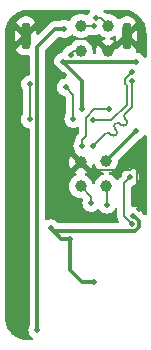
<source format=gbr>
%TF.GenerationSoftware,KiCad,Pcbnew,7.0.9*%
%TF.CreationDate,2024-01-15T07:30:31+01:00*%
%TF.ProjectId,usb_dongle_hw,7573625f-646f-46e6-976c-655f68772e6b,rev?*%
%TF.SameCoordinates,Original*%
%TF.FileFunction,Copper,L2,Bot*%
%TF.FilePolarity,Positive*%
%FSLAX46Y46*%
G04 Gerber Fmt 4.6, Leading zero omitted, Abs format (unit mm)*
G04 Created by KiCad (PCBNEW 7.0.9) date 2024-01-15 07:30:31*
%MOMM*%
%LPD*%
G01*
G04 APERTURE LIST*
%TA.AperFunction,ComponentPad*%
%ADD10O,0.800000X2.300000*%
%TD*%
%TA.AperFunction,SMDPad,CuDef*%
%ADD11C,1.000000*%
%TD*%
%TA.AperFunction,ViaPad*%
%ADD12C,0.508000*%
%TD*%
%TA.AperFunction,Conductor*%
%ADD13C,0.180000*%
%TD*%
%TA.AperFunction,Conductor*%
%ADD14C,0.300000*%
%TD*%
%TA.AperFunction,Conductor*%
%ADD15C,0.200000*%
%TD*%
G04 APERTURE END LIST*
D10*
%TO.P,J1,Gnd,Gnd*%
%TO.N,GND*%
X81745000Y-102708000D03*
X73195000Y-102708000D03*
%TD*%
D11*
%TO.P,TP6,1,1*%
%TO.N,USB_d-*%
X80137000Y-101854000D03*
%TD*%
%TO.P,TP2,1,1*%
%TO.N,GND*%
X80137000Y-104013000D03*
%TD*%
%TO.P,TP7,1,1*%
%TO.N,+5V*%
X77851000Y-104013000D03*
%TD*%
%TO.P,TP8,1,1*%
%TO.N,GND*%
X77851000Y-113411000D03*
%TD*%
%TO.P,TP5,1,1*%
%TO.N,USB_d+*%
X77851000Y-101854000D03*
%TD*%
%TO.P,TP3,1,1*%
%TO.N,SWDIO*%
X80010000Y-115443000D03*
%TD*%
%TO.P,TP1,1,1*%
%TO.N,+3V3*%
X80010000Y-113284000D03*
%TD*%
%TO.P,TP4,1,1*%
%TO.N,SWCLK*%
X77851000Y-115443000D03*
%TD*%
D12*
%TO.N,GND*%
X72538063Y-109361437D03*
X76200000Y-113157000D03*
X82677000Y-113411000D03*
X75311000Y-104140000D03*
X76200000Y-115062000D03*
X71994401Y-122742918D03*
X76200000Y-113792000D03*
X82804000Y-117348000D03*
X76200000Y-114427000D03*
X76454000Y-106045000D03*
X75311000Y-116713000D03*
X76200000Y-115697000D03*
%TO.N,+1V1*%
X80264000Y-108938000D03*
X77978000Y-112014000D03*
%TO.N,+3V3*%
X78994000Y-123571000D03*
X82550000Y-110744000D03*
X75311000Y-118999000D03*
X77927200Y-108938000D03*
X76962000Y-119888000D03*
X82307753Y-117924237D03*
X76327000Y-104902000D03*
X82550000Y-104902000D03*
%TO.N,+5V*%
X76454000Y-102108000D03*
X74168000Y-127635000D03*
X76984303Y-104292324D03*
%TO.N,USB_d+*%
X78950498Y-101912002D03*
%TO.N,USB_d-*%
X79154568Y-101234570D03*
%TO.N,Net-(U1-GPIO25)*%
X82169000Y-118618000D03*
X82042000Y-114681000D03*
%TO.N,SWDIO*%
X80043545Y-116992117D03*
%TO.N,SWCLK*%
X78739328Y-116839328D03*
%TO.N,QSPI_SD3*%
X77216000Y-109728000D03*
X76581000Y-107061000D03*
%TO.N,QSPI_SD1*%
X73564500Y-106807000D03*
X73533000Y-109772402D03*
%TO.N,/usb-d+*%
X82169000Y-105791000D03*
X78850500Y-109855000D03*
%TO.N,/usb-d-*%
X78867000Y-112014000D03*
X82169000Y-106553000D03*
%TD*%
D13*
%TO.N,GND*%
X82677000Y-113411000D02*
X82014000Y-114074000D01*
X75311000Y-116713000D02*
X75311000Y-116586000D01*
X76454000Y-106045000D02*
X75311000Y-104902000D01*
X82014000Y-114074000D02*
X78514000Y-114074000D01*
X79121000Y-102997000D02*
X76454000Y-102997000D01*
X82804000Y-117348000D02*
X82586000Y-117130000D01*
X78514000Y-114074000D02*
X77851000Y-113411000D01*
X75311000Y-116586000D02*
X76200000Y-115697000D01*
X80137000Y-104013000D02*
X79121000Y-102997000D01*
X76454000Y-102997000D02*
X75311000Y-104140000D01*
X82586000Y-113502000D02*
X82677000Y-113411000D01*
X82586000Y-117130000D02*
X82586000Y-113502000D01*
X75311000Y-104902000D02*
X75311000Y-104140000D01*
%TO.N,+1V1*%
X77978000Y-112014000D02*
X77978000Y-111506000D01*
X78998167Y-108938000D02*
X80264000Y-108938000D01*
X78306500Y-109629667D02*
X78998167Y-108938000D01*
X78306500Y-111177500D02*
X78306500Y-109629667D01*
X77978000Y-111506000D02*
X78306500Y-111177500D01*
D14*
%TO.N,+3V3*%
X82419185Y-118014000D02*
X82804000Y-118398815D01*
X82397516Y-118014000D02*
X82419185Y-118014000D01*
X75534000Y-119222000D02*
X75311000Y-118999000D01*
X76962000Y-119888000D02*
X76200000Y-119888000D01*
X77927200Y-106502200D02*
X77927200Y-108938000D01*
X80010000Y-113284000D02*
X82550000Y-110744000D01*
X82804000Y-118398815D02*
X82804000Y-118872000D01*
X82454000Y-119222000D02*
X75534000Y-119222000D01*
X76200000Y-119888000D02*
X75311000Y-118999000D01*
X78994000Y-123571000D02*
X77978000Y-123571000D01*
X82307753Y-117924237D02*
X82397516Y-118014000D01*
X77978000Y-123571000D02*
X76962000Y-122555000D01*
X76962000Y-122555000D02*
X76962000Y-119888000D01*
X76327000Y-104902000D02*
X77927200Y-106502200D01*
X82550000Y-104902000D02*
X76327000Y-104902000D01*
X82804000Y-118872000D02*
X82454000Y-119222000D01*
%TO.N,+5V*%
X76454000Y-102108000D02*
X75692000Y-102108000D01*
X75692000Y-102108000D02*
X74168000Y-103632000D01*
D13*
X77263627Y-104013000D02*
X76984303Y-104292324D01*
D14*
X74168000Y-103632000D02*
X74168000Y-127635000D01*
D13*
X77851000Y-104013000D02*
X77263627Y-104013000D01*
D15*
%TO.N,USB_d+*%
X78892496Y-101854000D02*
X77851000Y-101854000D01*
X78950498Y-101912002D02*
X78892496Y-101854000D01*
%TO.N,USB_d-*%
X79517570Y-101234570D02*
X80137000Y-101854000D01*
X79154568Y-101234570D02*
X79517570Y-101234570D01*
D13*
%TO.N,Net-(U1-GPIO25)*%
X81534000Y-115189000D02*
X81534000Y-117983000D01*
X81534000Y-117983000D02*
X82169000Y-118618000D01*
X82042000Y-114681000D02*
X81534000Y-115189000D01*
%TO.N,SWDIO*%
X80043545Y-116992117D02*
X80043545Y-115476545D01*
X80043545Y-115476545D02*
X80010000Y-115443000D01*
%TO.N,SWCLK*%
X78739328Y-116331328D02*
X77851000Y-115443000D01*
X78739328Y-116839328D02*
X78739328Y-116331328D01*
%TO.N,QSPI_SD3*%
X77216000Y-109728000D02*
X77216000Y-107696000D01*
X77216000Y-107696000D02*
X76581000Y-107061000D01*
%TO.N,QSPI_SD1*%
X73564500Y-109740902D02*
X73564500Y-106807000D01*
X73533000Y-109772402D02*
X73564500Y-109740902D01*
D15*
%TO.N,/usb-d+*%
X82169000Y-105791000D02*
X81961000Y-105999000D01*
X81939525Y-105999000D02*
X81615000Y-106323525D01*
X81961000Y-105999000D02*
X81939525Y-105999000D01*
X81615000Y-106323525D02*
X81615000Y-106782475D01*
X81615000Y-106782475D02*
X81719000Y-106886475D01*
X81719000Y-108525603D02*
X80389603Y-109855000D01*
X80389603Y-109855000D02*
X78850500Y-109855000D01*
X81719000Y-106886475D02*
X81719000Y-108525603D01*
%TO.N,/usb-d-*%
X79900443Y-110980561D02*
X79900441Y-110980560D01*
X80748971Y-110132030D02*
X80748970Y-110132030D01*
X81688450Y-110222981D02*
X81688451Y-110222981D01*
X81264187Y-110222981D02*
X81173237Y-110132031D01*
X81597499Y-109707766D02*
X81688450Y-109798717D01*
X79900441Y-110980560D02*
X78867000Y-112014000D01*
X80748970Y-110556296D02*
X80748969Y-110556296D01*
X82169000Y-108712000D02*
X81597500Y-109283500D01*
X81597500Y-109707766D02*
X81597499Y-109707766D01*
X80748973Y-110132031D02*
X80748971Y-110132030D01*
X80748969Y-110556296D02*
X80839947Y-110647274D01*
X80415684Y-111071538D02*
X80324707Y-110980561D01*
X80839947Y-111071538D02*
X80839948Y-111071538D01*
X82169000Y-106553000D02*
X82169000Y-108712000D01*
X81173236Y-110132032D02*
G75*
G03*
X80748974Y-110132032I-212131J-212131D01*
G01*
X81264188Y-110222980D02*
G75*
G03*
X81688450Y-110222980I212131J212131D01*
G01*
X80324706Y-110980562D02*
G75*
G03*
X79900444Y-110980562I-212131J-212131D01*
G01*
X81688401Y-110222932D02*
G75*
G03*
X81688450Y-109798717I-212101J212132D01*
G01*
X80749007Y-110132067D02*
G75*
G03*
X80748970Y-110556296I212093J-212133D01*
G01*
X80839941Y-111071532D02*
G75*
G03*
X80839947Y-110647274I-212141J212132D01*
G01*
X81597467Y-109283467D02*
G75*
G03*
X81597500Y-109707766I212133J-212133D01*
G01*
X80415685Y-111071537D02*
G75*
G03*
X80839947Y-111071537I212131J212131D01*
G01*
%TD*%
%TA.AperFunction,Conductor*%
%TO.N,GND*%
G36*
X78606891Y-100502585D02*
G01*
X78652646Y-100555389D01*
X78662590Y-100624547D01*
X78633565Y-100688103D01*
X78627533Y-100694581D01*
X78560944Y-100761169D01*
X78466781Y-100911029D01*
X78465539Y-100910249D01*
X78424028Y-100956218D01*
X78356599Y-100974524D01*
X78300688Y-100959908D01*
X78235732Y-100925188D01*
X78235729Y-100925187D01*
X78235727Y-100925186D01*
X78047132Y-100867976D01*
X78047129Y-100867975D01*
X77851000Y-100848659D01*
X77654870Y-100867975D01*
X77466266Y-100925188D01*
X77292467Y-101018086D01*
X77292460Y-101018090D01*
X77140116Y-101143116D01*
X77015090Y-101295460D01*
X77015088Y-101295463D01*
X76968152Y-101383275D01*
X76919189Y-101433119D01*
X76851052Y-101448579D01*
X76792824Y-101429816D01*
X76783438Y-101423918D01*
X76622951Y-101367761D01*
X76454003Y-101348726D01*
X76453997Y-101348726D01*
X76285048Y-101367761D01*
X76124560Y-101423919D01*
X76101365Y-101438494D01*
X76035393Y-101457500D01*
X75777504Y-101457500D01*
X75761493Y-101455732D01*
X75761471Y-101455974D01*
X75753704Y-101455240D01*
X75753703Y-101455240D01*
X75681796Y-101457500D01*
X75651075Y-101457500D01*
X75651071Y-101457500D01*
X75651061Y-101457501D01*
X75643793Y-101458419D01*
X75637976Y-101458876D01*
X75589435Y-101460402D01*
X75589424Y-101460404D01*
X75569048Y-101466323D01*
X75550008Y-101470266D01*
X75528947Y-101472927D01*
X75528939Y-101472929D01*
X75483775Y-101490811D01*
X75478247Y-101492703D01*
X75431602Y-101506255D01*
X75413332Y-101517060D01*
X75395863Y-101525618D01*
X75376128Y-101533432D01*
X75376126Y-101533433D01*
X75336839Y-101561977D01*
X75331956Y-101565184D01*
X75290132Y-101589919D01*
X75275126Y-101604926D01*
X75260336Y-101617558D01*
X75243167Y-101630032D01*
X75243165Y-101630034D01*
X75212194Y-101667470D01*
X75208262Y-101671791D01*
X74306681Y-102573372D01*
X74245358Y-102606857D01*
X74175667Y-102601873D01*
X74119733Y-102560001D01*
X74095316Y-102494537D01*
X74095000Y-102485691D01*
X74095000Y-102161553D01*
X74094999Y-102161552D01*
X73395000Y-102861552D01*
X73395000Y-102154447D01*
X73998953Y-101550493D01*
X73927124Y-101426078D01*
X73927123Y-101426077D01*
X73800539Y-101285490D01*
X73800536Y-101285488D01*
X73647477Y-101174282D01*
X73474644Y-101097334D01*
X73289594Y-101058000D01*
X73100406Y-101058000D01*
X72915355Y-101097334D01*
X72742518Y-101174286D01*
X72589464Y-101285487D01*
X72462873Y-101426081D01*
X72391044Y-101550492D01*
X72391045Y-101550493D01*
X72995000Y-102154447D01*
X72995000Y-103261552D01*
X72391045Y-103865505D01*
X72462874Y-103989920D01*
X72589460Y-104130509D01*
X72589463Y-104130511D01*
X72742522Y-104241717D01*
X72915355Y-104318665D01*
X73100406Y-104358000D01*
X73289593Y-104358000D01*
X73367718Y-104341393D01*
X73437385Y-104346708D01*
X73493119Y-104388845D01*
X73517225Y-104454424D01*
X73517500Y-104462683D01*
X73517500Y-105942209D01*
X73497815Y-106009248D01*
X73445011Y-106055003D01*
X73407388Y-106065428D01*
X73395546Y-106066763D01*
X73235061Y-106122918D01*
X73091099Y-106213376D01*
X72970876Y-106333599D01*
X72880419Y-106477560D01*
X72824261Y-106638048D01*
X72805226Y-106806997D01*
X72805226Y-106807002D01*
X72824261Y-106975951D01*
X72880419Y-107136440D01*
X72954993Y-107255122D01*
X72974000Y-107321095D01*
X72974000Y-109213016D01*
X72954315Y-109280055D01*
X72943544Y-109293421D01*
X72943717Y-109293559D01*
X72939376Y-109299001D01*
X72848919Y-109442962D01*
X72792761Y-109603450D01*
X72773726Y-109772399D01*
X72773726Y-109772404D01*
X72792761Y-109941353D01*
X72814599Y-110003761D01*
X72848918Y-110101839D01*
X72939376Y-110245802D01*
X73059600Y-110366026D01*
X73132898Y-110412082D01*
X73179375Y-110441286D01*
X73203563Y-110456484D01*
X73283804Y-110484561D01*
X73364048Y-110512640D01*
X73407382Y-110517522D01*
X73471796Y-110544588D01*
X73511352Y-110602182D01*
X73517500Y-110640742D01*
X73517500Y-127216393D01*
X73498495Y-127282363D01*
X73483918Y-127305561D01*
X73427761Y-127466048D01*
X73408726Y-127634997D01*
X73408726Y-127635002D01*
X73427761Y-127803951D01*
X73448236Y-127862464D01*
X73483918Y-127964437D01*
X73574376Y-128108400D01*
X73694600Y-128228624D01*
X73699365Y-128231618D01*
X73761255Y-128270506D01*
X73807546Y-128322841D01*
X73818194Y-128391894D01*
X73789819Y-128455743D01*
X73731429Y-128494115D01*
X73695283Y-128499500D01*
X73415624Y-128499500D01*
X73411574Y-128499367D01*
X73373554Y-128496875D01*
X73329950Y-128494017D01*
X73148160Y-128481015D01*
X73140480Y-128479980D01*
X73024179Y-128456846D01*
X72879952Y-128425472D01*
X72873196Y-128423597D01*
X72841481Y-128412831D01*
X72754178Y-128383196D01*
X72719368Y-128370212D01*
X72621857Y-128333841D01*
X72616099Y-128331355D01*
X72500647Y-128274421D01*
X72378691Y-128207828D01*
X72373957Y-128204962D01*
X72266949Y-128133461D01*
X72264239Y-128131543D01*
X72224192Y-128101564D01*
X72154953Y-128049732D01*
X72151248Y-128046729D01*
X72054092Y-127961526D01*
X72051149Y-127958769D01*
X71954828Y-127862448D01*
X71952069Y-127859502D01*
X71903355Y-127803954D01*
X71866865Y-127762345D01*
X71863871Y-127758652D01*
X71782054Y-127649358D01*
X71780137Y-127646649D01*
X71708636Y-127539641D01*
X71705770Y-127534906D01*
X71639178Y-127412952D01*
X71582243Y-127297499D01*
X71579757Y-127291741D01*
X71551653Y-127216393D01*
X71530405Y-127159425D01*
X71489995Y-127040383D01*
X71488131Y-127033666D01*
X71456753Y-126889420D01*
X71452241Y-126866738D01*
X71433615Y-126773100D01*
X71432585Y-126765459D01*
X71419586Y-126583708D01*
X71416538Y-126537198D01*
X71414233Y-126502019D01*
X71414100Y-126497964D01*
X71414100Y-102484435D01*
X71414233Y-102480380D01*
X71415993Y-102453503D01*
X71419589Y-102398644D01*
X71432586Y-102216936D01*
X71433614Y-102209303D01*
X71443113Y-102161552D01*
X72295000Y-102161552D01*
X72295000Y-103254447D01*
X72841447Y-102708000D01*
X72841447Y-102707999D01*
X72295000Y-102161552D01*
X71443113Y-102161552D01*
X71456753Y-102092979D01*
X71457718Y-102088541D01*
X71488133Y-101948723D01*
X71489992Y-101942025D01*
X71530415Y-101822943D01*
X71579759Y-101690651D01*
X71582233Y-101684920D01*
X71639183Y-101569436D01*
X71705779Y-101447476D01*
X71708619Y-101442784D01*
X71780163Y-101335711D01*
X71782028Y-101333076D01*
X71863891Y-101223721D01*
X71866844Y-101220078D01*
X71952103Y-101122859D01*
X71954798Y-101119981D01*
X72051181Y-101023598D01*
X72054059Y-101020903D01*
X72151278Y-100935644D01*
X72154921Y-100932691D01*
X72264276Y-100850828D01*
X72266911Y-100848963D01*
X72373984Y-100777419D01*
X72378676Y-100774579D01*
X72500636Y-100707983D01*
X72616120Y-100651033D01*
X72621851Y-100648559D01*
X72754143Y-100599215D01*
X72873225Y-100558792D01*
X72879923Y-100556933D01*
X73024179Y-100525553D01*
X73030328Y-100524329D01*
X73140503Y-100502414D01*
X73148136Y-100501386D01*
X73329844Y-100488389D01*
X73382811Y-100484917D01*
X73411581Y-100483033D01*
X73415636Y-100482900D01*
X78539852Y-100482900D01*
X78606891Y-100502585D01*
G37*
%TD.AperFunction*%
%TA.AperFunction,Conductor*%
G36*
X77149931Y-102581605D02*
G01*
X77185263Y-102601934D01*
X77292460Y-102689909D01*
X77292467Y-102689913D01*
X77426087Y-102761334D01*
X77466273Y-102782814D01*
X77505848Y-102794819D01*
X77571846Y-102814840D01*
X77630284Y-102853137D01*
X77658741Y-102916950D01*
X77648180Y-102986017D01*
X77601955Y-103038410D01*
X77571846Y-103052160D01*
X77466271Y-103084186D01*
X77292467Y-103177086D01*
X77292460Y-103177090D01*
X77140116Y-103302116D01*
X77067474Y-103390632D01*
X77015090Y-103454462D01*
X77015089Y-103454463D01*
X77011226Y-103459171D01*
X77010231Y-103458354D01*
X76971477Y-103490726D01*
X76972868Y-103493134D01*
X76965832Y-103497195D01*
X76935232Y-103520676D01*
X76873632Y-103545519D01*
X76815354Y-103552085D01*
X76654864Y-103608242D01*
X76510902Y-103698700D01*
X76390679Y-103818923D01*
X76300220Y-103962886D01*
X76300219Y-103962890D01*
X76259343Y-104079707D01*
X76218622Y-104136483D01*
X76164465Y-104158596D01*
X76164835Y-104160214D01*
X76158045Y-104161763D01*
X75997561Y-104217918D01*
X75853599Y-104308376D01*
X75733376Y-104428599D01*
X75642919Y-104572560D01*
X75586761Y-104733048D01*
X75567726Y-104901997D01*
X75567726Y-104902002D01*
X75586761Y-105070951D01*
X75642919Y-105231439D01*
X75663807Y-105264682D01*
X75733376Y-105375400D01*
X75853600Y-105495624D01*
X75907542Y-105529518D01*
X75983449Y-105577214D01*
X75997563Y-105586082D01*
X76114789Y-105627101D01*
X76161515Y-105656461D01*
X76601844Y-106096790D01*
X76635329Y-106158113D01*
X76630345Y-106227805D01*
X76588473Y-106283738D01*
X76528048Y-106307691D01*
X76412048Y-106320762D01*
X76251560Y-106376919D01*
X76107599Y-106467376D01*
X75987376Y-106587599D01*
X75896919Y-106731560D01*
X75840761Y-106892048D01*
X75821726Y-107060997D01*
X75821726Y-107061002D01*
X75840761Y-107229951D01*
X75872654Y-107321095D01*
X75896918Y-107390437D01*
X75987376Y-107534400D01*
X76107600Y-107654624D01*
X76251563Y-107745082D01*
X76412046Y-107801237D01*
X76412049Y-107801238D01*
X76452433Y-107805788D01*
X76516848Y-107832854D01*
X76526232Y-107841326D01*
X76589181Y-107904274D01*
X76622666Y-107965597D01*
X76625500Y-107991956D01*
X76625500Y-109213904D01*
X76606494Y-109279876D01*
X76531919Y-109398560D01*
X76475761Y-109559048D01*
X76456726Y-109727997D01*
X76456726Y-109728002D01*
X76475761Y-109896951D01*
X76531919Y-110057439D01*
X76559819Y-110101841D01*
X76622376Y-110201400D01*
X76742600Y-110321624D01*
X76886563Y-110412082D01*
X77008521Y-110454756D01*
X77047048Y-110468238D01*
X77215997Y-110487274D01*
X77216000Y-110487274D01*
X77216003Y-110487274D01*
X77384954Y-110468237D01*
X77384956Y-110468237D01*
X77551045Y-110410120D01*
X77620824Y-110406558D01*
X77681451Y-110441286D01*
X77713679Y-110503280D01*
X77716000Y-110527161D01*
X77716000Y-110881543D01*
X77696315Y-110948582D01*
X77679681Y-110969225D01*
X77590691Y-111058213D01*
X77584589Y-111063565D01*
X77556851Y-111084850D01*
X77548270Y-111096034D01*
X77533090Y-111115816D01*
X77533088Y-111115819D01*
X77507303Y-111149422D01*
X77462059Y-111208384D01*
X77461419Y-111210086D01*
X77402699Y-111351848D01*
X77402698Y-111351850D01*
X77391919Y-111433733D01*
X77382405Y-111505998D01*
X77382405Y-111508011D01*
X77381916Y-111509705D01*
X77381344Y-111514057D01*
X77380688Y-111513970D01*
X77363399Y-111573983D01*
X77293919Y-111684560D01*
X77237761Y-111845048D01*
X77218726Y-112013997D01*
X77218726Y-112014002D01*
X77237761Y-112182951D01*
X77293919Y-112343441D01*
X77293920Y-112343442D01*
X77333470Y-112406386D01*
X77352470Y-112473622D01*
X77351134Y-112490552D01*
X77342475Y-112548922D01*
X77851000Y-113057447D01*
X78713076Y-113919522D01*
X78779348Y-113795537D01*
X78830840Y-113625792D01*
X78869138Y-113567353D01*
X78932950Y-113538897D01*
X79002017Y-113549457D01*
X79054410Y-113595681D01*
X79068161Y-113625791D01*
X79081186Y-113668728D01*
X79174086Y-113842532D01*
X79174090Y-113842539D01*
X79299116Y-113994883D01*
X79451460Y-114119909D01*
X79451467Y-114119913D01*
X79615516Y-114207599D01*
X79625273Y-114212814D01*
X79667302Y-114225563D01*
X79730846Y-114244840D01*
X79789284Y-114283137D01*
X79817741Y-114346950D01*
X79807180Y-114416017D01*
X79760955Y-114468410D01*
X79730846Y-114482160D01*
X79625271Y-114514186D01*
X79451467Y-114607086D01*
X79451460Y-114607090D01*
X79299116Y-114732116D01*
X79174090Y-114884460D01*
X79174086Y-114884467D01*
X79081186Y-115058271D01*
X79049160Y-115163846D01*
X79010863Y-115222284D01*
X78947050Y-115250741D01*
X78877983Y-115240180D01*
X78825590Y-115193955D01*
X78811840Y-115163846D01*
X78779813Y-115058271D01*
X78686913Y-114884467D01*
X78686909Y-114884460D01*
X78561883Y-114732116D01*
X78409539Y-114607090D01*
X78409532Y-114607086D01*
X78276678Y-114536074D01*
X78226834Y-114487112D01*
X78211373Y-114418974D01*
X78235205Y-114353295D01*
X78276678Y-114317358D01*
X78359522Y-114273076D01*
X77851001Y-113764553D01*
X77851000Y-113764553D01*
X77342476Y-114273076D01*
X77425320Y-114317357D01*
X77475165Y-114366319D01*
X77490626Y-114434457D01*
X77466795Y-114500137D01*
X77425321Y-114536074D01*
X77292467Y-114607085D01*
X77292460Y-114607090D01*
X77140116Y-114732116D01*
X77015090Y-114884460D01*
X77015086Y-114884467D01*
X76922188Y-115058266D01*
X76864975Y-115246870D01*
X76845659Y-115443000D01*
X76864975Y-115639129D01*
X76922188Y-115827733D01*
X77015086Y-116001532D01*
X77015090Y-116001539D01*
X77140116Y-116153883D01*
X77292460Y-116278909D01*
X77292467Y-116278913D01*
X77466266Y-116371811D01*
X77466269Y-116371811D01*
X77466273Y-116371814D01*
X77654868Y-116429024D01*
X77851000Y-116448341D01*
X77891472Y-116444354D01*
X77960115Y-116457372D01*
X78010826Y-116505436D01*
X78027502Y-116573286D01*
X78020667Y-116608711D01*
X77999090Y-116670375D01*
X77980054Y-116839325D01*
X77980054Y-116839330D01*
X77999089Y-117008279D01*
X78055247Y-117168767D01*
X78064819Y-117184000D01*
X78145704Y-117312728D01*
X78265928Y-117432952D01*
X78409891Y-117523410D01*
X78531849Y-117566084D01*
X78570376Y-117579566D01*
X78739325Y-117598602D01*
X78739328Y-117598602D01*
X78739331Y-117598602D01*
X78908279Y-117579566D01*
X78908282Y-117579565D01*
X79068765Y-117523410D01*
X79212728Y-117432952D01*
X79235880Y-117409799D01*
X79297199Y-117376316D01*
X79366890Y-117381299D01*
X79422825Y-117423170D01*
X79428552Y-117431509D01*
X79449919Y-117465515D01*
X79449921Y-117465517D01*
X79570145Y-117585741D01*
X79714108Y-117676199D01*
X79836066Y-117718873D01*
X79874593Y-117732355D01*
X80043542Y-117751391D01*
X80043545Y-117751391D01*
X80043548Y-117751391D01*
X80212496Y-117732355D01*
X80232318Y-117725419D01*
X80372982Y-117676199D01*
X80516945Y-117585741D01*
X80637169Y-117465517D01*
X80714506Y-117342436D01*
X80766841Y-117296145D01*
X80835894Y-117285497D01*
X80899743Y-117313872D01*
X80938115Y-117372262D01*
X80943500Y-117408408D01*
X80943500Y-117940232D01*
X80942969Y-117948332D01*
X80941101Y-117962521D01*
X80938405Y-117982999D01*
X80938405Y-117983003D01*
X80942507Y-118014164D01*
X80942508Y-118014169D01*
X80943500Y-118021701D01*
X80958699Y-118137151D01*
X80969710Y-118163733D01*
X80999544Y-118235757D01*
X81018200Y-118280798D01*
X81088192Y-118372013D01*
X81113387Y-118437182D01*
X81099349Y-118505627D01*
X81050535Y-118555617D01*
X80989817Y-118571500D01*
X76000943Y-118571500D01*
X75933904Y-118551815D01*
X75909914Y-118530157D01*
X75909548Y-118530524D01*
X75784400Y-118405376D01*
X75640439Y-118314919D01*
X75640438Y-118314918D01*
X75640437Y-118314918D01*
X75587075Y-118296246D01*
X75479951Y-118258761D01*
X75311003Y-118239726D01*
X75310997Y-118239726D01*
X75142047Y-118258762D01*
X74983454Y-118314256D01*
X74913676Y-118317817D01*
X74853048Y-118283088D01*
X74820821Y-118221095D01*
X74818500Y-118197214D01*
X74818500Y-113411000D01*
X76846161Y-113411000D01*
X76865468Y-113607030D01*
X76922652Y-113795538D01*
X76988922Y-113919522D01*
X77497446Y-113411000D01*
X77497446Y-113410999D01*
X76988922Y-112902476D01*
X76922652Y-113026461D01*
X76865468Y-113214969D01*
X76846161Y-113411000D01*
X74818500Y-113411000D01*
X74818500Y-103952808D01*
X74838185Y-103885769D01*
X74854819Y-103865127D01*
X75925127Y-102794819D01*
X75986450Y-102761334D01*
X76012808Y-102758500D01*
X76035393Y-102758500D01*
X76101365Y-102777506D01*
X76109813Y-102782814D01*
X76124563Y-102792082D01*
X76228898Y-102828590D01*
X76285048Y-102848238D01*
X76453997Y-102867274D01*
X76454000Y-102867274D01*
X76454003Y-102867274D01*
X76622951Y-102848238D01*
X76622954Y-102848237D01*
X76783437Y-102792082D01*
X76927400Y-102701624D01*
X77018920Y-102610103D01*
X77080239Y-102576621D01*
X77149931Y-102581605D01*
G37*
%TD.AperFunction*%
%TA.AperFunction,Conductor*%
G36*
X83369343Y-111124409D02*
G01*
X83407715Y-111182799D01*
X83413100Y-111218945D01*
X83413100Y-117788607D01*
X83393415Y-117855646D01*
X83340611Y-117901401D01*
X83271453Y-117911345D01*
X83207897Y-117882320D01*
X83201419Y-117876288D01*
X83050550Y-117725419D01*
X83021189Y-117678691D01*
X83020316Y-117676197D01*
X82991835Y-117594800D01*
X82991835Y-117594799D01*
X82901376Y-117450836D01*
X82781153Y-117330613D01*
X82637192Y-117240156D01*
X82637191Y-117240155D01*
X82637190Y-117240155D01*
X82598665Y-117226674D01*
X82476704Y-117183998D01*
X82307756Y-117164963D01*
X82307748Y-117164963D01*
X82262382Y-117170074D01*
X82193561Y-117158019D01*
X82142182Y-117110669D01*
X82124500Y-117046854D01*
X82124500Y-115539471D01*
X82144185Y-115472432D01*
X82196989Y-115426677D01*
X82207546Y-115422429D01*
X82210951Y-115421237D01*
X82210954Y-115421237D01*
X82371437Y-115365082D01*
X82515400Y-115274624D01*
X82635624Y-115154400D01*
X82726082Y-115010437D01*
X82782237Y-114849954D01*
X82782237Y-114849953D01*
X82782238Y-114849951D01*
X82801274Y-114681002D01*
X82801274Y-114680997D01*
X82782238Y-114512048D01*
X82756208Y-114437659D01*
X82726082Y-114351563D01*
X82635624Y-114207600D01*
X82515400Y-114087376D01*
X82371437Y-113996918D01*
X82332912Y-113983437D01*
X82210951Y-113940761D01*
X82042003Y-113921726D01*
X82041997Y-113921726D01*
X81873048Y-113940761D01*
X81712560Y-113996919D01*
X81568599Y-114087376D01*
X81448376Y-114207599D01*
X81357918Y-114351561D01*
X81301763Y-114512045D01*
X81301763Y-114512048D01*
X81297211Y-114552439D01*
X81270142Y-114616852D01*
X81261672Y-114626233D01*
X81146695Y-114741210D01*
X81140593Y-114746562D01*
X81112850Y-114767850D01*
X81089087Y-114798820D01*
X81032733Y-114872261D01*
X80976304Y-114913463D01*
X80906558Y-114917617D01*
X80845638Y-114883404D01*
X80838505Y-114875438D01*
X80720883Y-114732116D01*
X80568539Y-114607090D01*
X80568532Y-114607086D01*
X80394733Y-114514188D01*
X80394727Y-114514186D01*
X80289150Y-114482159D01*
X80230715Y-114443863D01*
X80202258Y-114380051D01*
X80212819Y-114310984D01*
X80259043Y-114258590D01*
X80289148Y-114244841D01*
X80394727Y-114212814D01*
X80568538Y-114119910D01*
X80720883Y-113994883D01*
X80845910Y-113842538D01*
X80938814Y-113668727D01*
X80996024Y-113480132D01*
X81015341Y-113284000D01*
X81013432Y-113264624D01*
X81026449Y-113195982D01*
X81049151Y-113164793D01*
X82715485Y-111498459D01*
X82762209Y-111469101D01*
X82879437Y-111428082D01*
X83023400Y-111337624D01*
X83143624Y-111217400D01*
X83184106Y-111152972D01*
X83236441Y-111106682D01*
X83305494Y-111096034D01*
X83369343Y-111124409D01*
G37*
%TD.AperFunction*%
%TA.AperFunction,Conductor*%
G36*
X81415619Y-100483033D02*
G01*
X81450798Y-100485338D01*
X81497308Y-100488386D01*
X81679059Y-100501385D01*
X81686700Y-100502415D01*
X81780338Y-100521041D01*
X81803020Y-100525553D01*
X81828623Y-100531122D01*
X81947266Y-100556931D01*
X81953983Y-100558795D01*
X82073037Y-100599209D01*
X82170271Y-100635476D01*
X82205341Y-100648557D01*
X82211099Y-100651043D01*
X82326552Y-100707978D01*
X82448506Y-100774570D01*
X82453234Y-100777432D01*
X82510171Y-100815476D01*
X82560249Y-100848937D01*
X82562958Y-100850854D01*
X82672252Y-100932671D01*
X82675945Y-100935665D01*
X82769933Y-101018090D01*
X82773102Y-101020869D01*
X82776048Y-101023628D01*
X82872369Y-101119949D01*
X82875126Y-101122892D01*
X82960329Y-101220048D01*
X82963332Y-101223753D01*
X83002158Y-101275617D01*
X83045143Y-101333039D01*
X83047061Y-101335749D01*
X83118562Y-101442757D01*
X83121428Y-101447491D01*
X83188021Y-101569447D01*
X83244955Y-101684899D01*
X83247441Y-101690657D01*
X83283812Y-101788168D01*
X83296796Y-101822978D01*
X83320902Y-101893992D01*
X83337197Y-101941996D01*
X83339072Y-101948752D01*
X83370446Y-102092979D01*
X83393580Y-102209280D01*
X83394615Y-102216960D01*
X83407617Y-102398750D01*
X83412967Y-102480366D01*
X83413100Y-102484423D01*
X83413100Y-104427054D01*
X83393415Y-104494093D01*
X83340611Y-104539848D01*
X83271453Y-104549792D01*
X83207897Y-104520767D01*
X83184107Y-104493027D01*
X83143625Y-104428601D01*
X83023400Y-104308376D01*
X82879439Y-104217919D01*
X82879438Y-104217918D01*
X82879437Y-104217918D01*
X82825942Y-104199199D01*
X82718950Y-104161761D01*
X82586939Y-104146887D01*
X82522525Y-104119820D01*
X82482970Y-104062225D01*
X82480833Y-103992388D01*
X82493436Y-103961667D01*
X82548954Y-103865506D01*
X81945000Y-103261552D01*
X81945000Y-102708000D01*
X82098553Y-102708000D01*
X82644999Y-103254447D01*
X82645000Y-103254446D01*
X82645000Y-102161553D01*
X82644999Y-102161552D01*
X82098553Y-102707999D01*
X82098553Y-102708000D01*
X81945000Y-102708000D01*
X81945000Y-102154446D01*
X82548953Y-101550493D01*
X82477124Y-101426078D01*
X82477123Y-101426077D01*
X82350539Y-101285490D01*
X82350536Y-101285488D01*
X82197477Y-101174282D01*
X82024644Y-101097334D01*
X81839594Y-101058000D01*
X81650406Y-101058000D01*
X81465355Y-101097334D01*
X81292518Y-101174286D01*
X81139462Y-101285488D01*
X81135444Y-101289107D01*
X81072450Y-101319333D01*
X81003115Y-101310704D01*
X80956624Y-101275617D01*
X80847883Y-101143116D01*
X80695539Y-101018090D01*
X80695532Y-101018086D01*
X80521733Y-100925188D01*
X80521727Y-100925186D01*
X80333132Y-100867976D01*
X80333129Y-100867975D01*
X80137000Y-100848659D01*
X80136999Y-100848659D01*
X80058087Y-100856430D01*
X79989441Y-100843410D01*
X79951683Y-100811950D01*
X79951599Y-100812035D01*
X79950664Y-100811100D01*
X79947559Y-100808513D01*
X79945853Y-100806289D01*
X79887051Y-100761169D01*
X79820411Y-100710034D01*
X79820410Y-100710033D01*
X79814210Y-100705276D01*
X79773008Y-100648848D01*
X79768853Y-100579102D01*
X79803066Y-100518181D01*
X79864783Y-100485429D01*
X79889697Y-100482900D01*
X81411564Y-100482900D01*
X81415619Y-100483033D01*
G37*
%TD.AperFunction*%
%TA.AperFunction,Conductor*%
G36*
X81545000Y-103261553D02*
G01*
X81016681Y-103789872D01*
X80955358Y-103823357D01*
X80885666Y-103818373D01*
X80829733Y-103776501D01*
X80805316Y-103711037D01*
X80805000Y-103702191D01*
X80805000Y-103698553D01*
X80804999Y-103698552D01*
X80288372Y-104215181D01*
X80227049Y-104248666D01*
X80200691Y-104251500D01*
X80073309Y-104251500D01*
X80006270Y-104231815D01*
X79985628Y-104215181D01*
X79274923Y-103504476D01*
X79274922Y-103504476D01*
X79208652Y-103628461D01*
X79151468Y-103816969D01*
X79132161Y-104013000D01*
X79142241Y-104115346D01*
X79129222Y-104183992D01*
X79081157Y-104234702D01*
X79018838Y-104251500D01*
X78969664Y-104251500D01*
X78902625Y-104231815D01*
X78856870Y-104179011D01*
X78846261Y-104115346D01*
X78849771Y-104079707D01*
X78856341Y-104013000D01*
X78837024Y-103816868D01*
X78779814Y-103628273D01*
X78779811Y-103628269D01*
X78779811Y-103628266D01*
X78686913Y-103454467D01*
X78686909Y-103454460D01*
X78561883Y-103302116D01*
X78409539Y-103177090D01*
X78409532Y-103177086D01*
X78235733Y-103084188D01*
X78235727Y-103084186D01*
X78130150Y-103052159D01*
X78071715Y-103013863D01*
X78043258Y-102950051D01*
X78053819Y-102880984D01*
X78100043Y-102828590D01*
X78130148Y-102814841D01*
X78235727Y-102782814D01*
X78251082Y-102774607D01*
X78387621Y-102701625D01*
X78409538Y-102689910D01*
X78499061Y-102616439D01*
X78563370Y-102589126D01*
X78618681Y-102595251D01*
X78621060Y-102596083D01*
X78621061Y-102596084D01*
X78651849Y-102606857D01*
X78781542Y-102652239D01*
X78950495Y-102671276D01*
X78950498Y-102671276D01*
X78950501Y-102671276D01*
X79051870Y-102659853D01*
X79119452Y-102652239D01*
X79279935Y-102596084D01*
X79308649Y-102578041D01*
X79375883Y-102559040D01*
X79442719Y-102579406D01*
X79453286Y-102587181D01*
X79578460Y-102689909D01*
X79578467Y-102689913D01*
X79752268Y-102782812D01*
X79752270Y-102782812D01*
X79752273Y-102782814D01*
X79858708Y-102815101D01*
X79917146Y-102853398D01*
X79945602Y-102917210D01*
X79935042Y-102986277D01*
X79888818Y-103038671D01*
X79858708Y-103052421D01*
X79752466Y-103084649D01*
X79628476Y-103150922D01*
X80137000Y-103659446D01*
X80137001Y-103659446D01*
X80633319Y-103163126D01*
X80650650Y-103153662D01*
X80521538Y-103084652D01*
X80415291Y-103052422D01*
X80356853Y-103014124D01*
X80328396Y-102950312D01*
X80338957Y-102881245D01*
X80385181Y-102828851D01*
X80415286Y-102815102D01*
X80521727Y-102782814D01*
X80662547Y-102707543D01*
X80730949Y-102693302D01*
X80796193Y-102718302D01*
X80837564Y-102774607D01*
X80845000Y-102816902D01*
X80845000Y-103050663D01*
X80825315Y-103117702D01*
X80786572Y-103151272D01*
X80820267Y-103176496D01*
X80844684Y-103241961D01*
X80844976Y-103250161D01*
X80845000Y-103250218D01*
X80847114Y-103252332D01*
X81545000Y-102554446D01*
X81545000Y-103261553D01*
G37*
%TD.AperFunction*%
%TD*%
M02*

</source>
